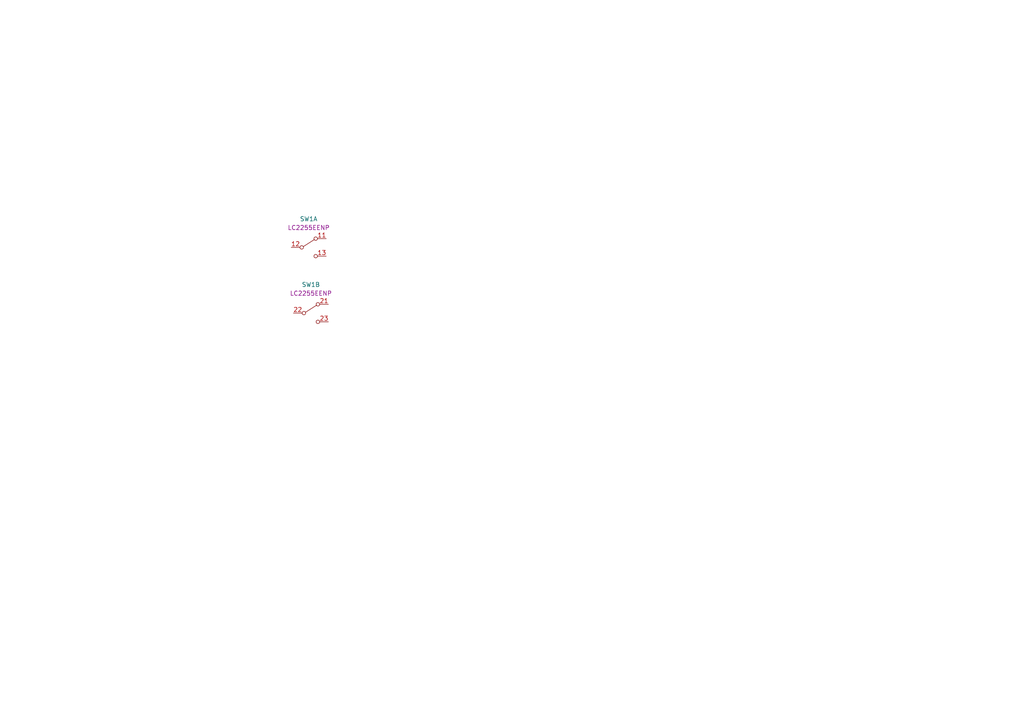
<source format=kicad_sch>
(kicad_sch (version 20231120) (generator "eeschema") (generator_version "8.0")
  (paper "A4")
  (lib_symbols
    (symbol "Koszalix_Switches:LC2255EENP"
      (property "Reference" "SW" (at 22.098 -0.762 0))
      (property "MPN" "LC2255EENP" (at 21.844 -3.81 0))
      (symbol "LC2255EENP_0_0"
        (circle (center 3.048 0) (radius 0.508))
        (circle (center 7.112 -2.54) (radius 0.508))
      )
      (symbol "LC2255EENP_0_1"
        (polyline (pts (xy 3.556 0.254) (xy 6.731 2.286)))
        (circle (center 7.112 2.54) (radius 0.508))
      )
      (symbol "LC2255EENP_1_1"
        (pin passive line (at 10.16 2.54 180) (length 2.54) (name "~") (number "11"))
        (pin passive line (at 0 0 0) (length 2.54) (name "~") (number "12"))
        (pin passive line (at 10.16 -2.54 180) (length 2.54) (name "~") (number "13"))
      )
      (symbol "LC2255EENP_2_1"
        (pin passive line (at 10.16 2.54 180) (length 2.54) (name "~") (number "21"))
        (pin passive line (at 0 0 0) (length 2.54) (name "~") (number "22"))
        (pin passive line (at 10.16 -2.54 180) (length 2.54) (name "~") (number "23"))
      )
    )
  )
  (symbol (lib_id "Koszalix_Switches:LC2255EENP") (at 84.455 71.755 0) (unit 1)
    (property "Reference" "SW1" (at 89.535 63.5 0))
    (property "Value" "LC2255EENP" (effects (hide yes)))
    (property "Footprint" "Koszalix_Switches:LC2255EENP" (effects (hide yes)))
    (property "Datasheet" "https://www.tme.eu/Document/4bad248524607c25431fb5575f456ee5/LC2255EENP.pdf" (effects (hide yes)))
    (property "MPN" "LC2255EENP" (at 89.535 66.04 0))
    (property "Manufacturer" "E-SWITCH" (effects (hide yes)))
  )
  (symbol (lib_id "Koszalix_Switches:LC2255EENP") (at 85.09 90.805 0) (unit 2)
    (property "Reference" "SW1" (at 90.17 82.55 0))
    (property "Value" "LC2255EENP" (effects (hide yes)))
    (property "Footprint" "Koszalix_Switches:LC2255EENP" (effects (hide yes)))
    (property "Datasheet" "https://www.tme.eu/Document/4bad248524607c25431fb5575f456ee5/LC2255EENP.pdf" (effects (hide yes)))
    (property "MPN" "LC2255EENP" (at 90.17 85.09 0))
    (property "Manufacturer" "E-SWITCH" (effects (hide yes)))
  )
)
</source>
